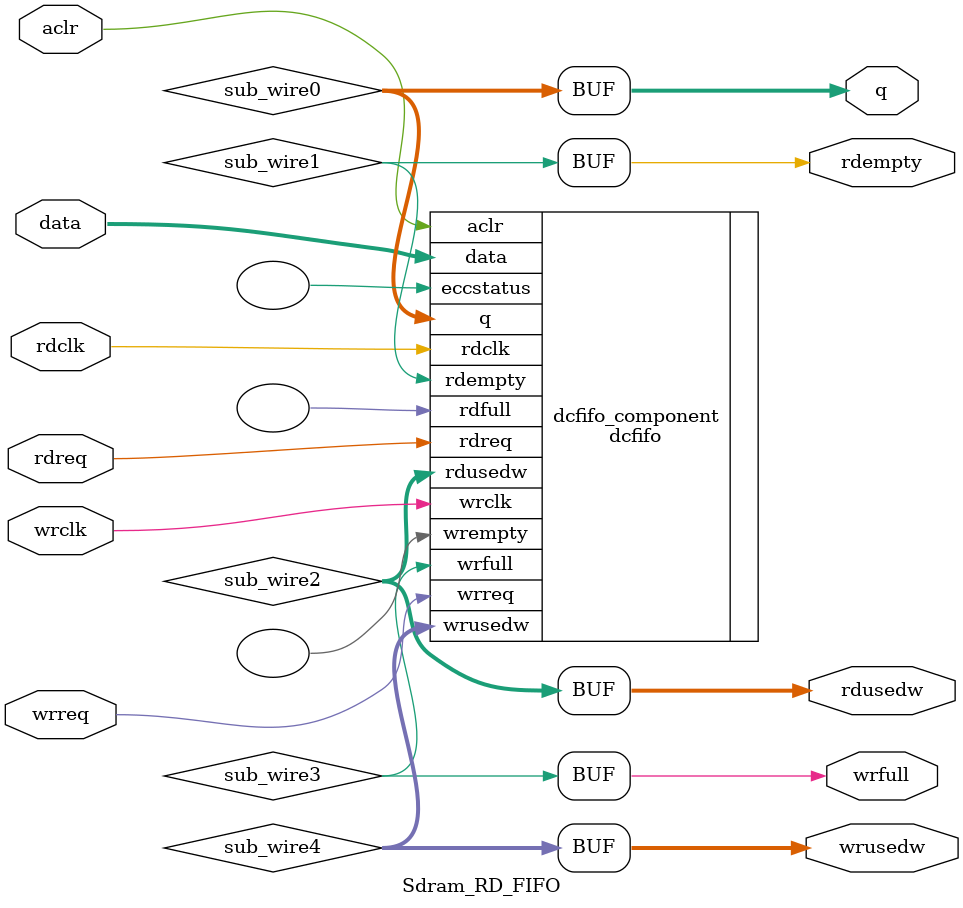
<source format=v>

`timescale 1 ps / 1 ps
// synopsys translate_on
module Sdram_RD_FIFO (
	aclr,
	data,
	rdclk,
	rdreq,
	wrclk,
	wrreq,
	q,
	rdempty,
	rdusedw,
	wrfull,
	wrusedw);

	input	  aclr;
	input	[15:0]  data;
	input	  rdclk;
	input	  rdreq;
	input	  wrclk;
	input	  wrreq;
	output	[15:0]  q;
	output	  rdempty;
	output	[8:0]  rdusedw;
	output	  wrfull;
	output	[8:0]  wrusedw;
`ifndef ALTERA_RESERVED_QIS
// synopsys translate_off
`endif
	tri0	  aclr;
`ifndef ALTERA_RESERVED_QIS
// synopsys translate_on
`endif

	wire [15:0] sub_wire0;
	wire  sub_wire1;
	wire [8:0] sub_wire2;
	wire  sub_wire3;
	wire [8:0] sub_wire4;
	wire [15:0] q = sub_wire0[15:0];
	wire  rdempty = sub_wire1;
	wire [8:0] rdusedw = sub_wire2[8:0];
	wire  wrfull = sub_wire3;
	wire [8:0] wrusedw = sub_wire4[8:0];

	dcfifo	dcfifo_component (
				.aclr (aclr),
				.data (data),
				.rdclk (rdclk),
				.rdreq (rdreq),
				.wrclk (wrclk),
				.wrreq (wrreq),
				.q (sub_wire0),
				.rdempty (sub_wire1),
				.rdusedw (sub_wire2),
				.wrfull (sub_wire3),
				.wrusedw (sub_wire4),
				.eccstatus (),
				.rdfull (),
				.wrempty ());
	defparam
		dcfifo_component.intended_device_family = "Cyclone V",
		dcfifo_component.lpm_hint = "RAM_BLOCK_TYPE=M10K",
		dcfifo_component.lpm_numwords = 512,
		dcfifo_component.lpm_showahead = "OFF",
		dcfifo_component.lpm_type = "dcfifo",
		dcfifo_component.lpm_width = 16,
		dcfifo_component.lpm_widthu = 9,
		dcfifo_component.overflow_checking = "ON",
		dcfifo_component.rdsync_delaypipe = 4,
		dcfifo_component.read_aclr_synch = "OFF",
		dcfifo_component.underflow_checking = "ON",
		dcfifo_component.use_eab = "ON",
		dcfifo_component.write_aclr_synch = "OFF",
		dcfifo_component.wrsync_delaypipe = 4;


endmodule

// ============================================================
// CNX file retrieval info
// ============================================================
// Retrieval info: PRIVATE: AlmostEmpty NUMERIC "0"
// Retrieval info: PRIVATE: AlmostEmptyThr NUMERIC "-1"
// Retrieval info: PRIVATE: AlmostFull NUMERIC "0"
// Retrieval info: PRIVATE: AlmostFullThr NUMERIC "-1"
// Retrieval info: PRIVATE: CLOCKS_ARE_SYNCHRONIZED NUMERIC "0"
// Retrieval info: PRIVATE: Clock NUMERIC "4"
// Retrieval info: PRIVATE: Depth NUMERIC "512"
// Retrieval info: PRIVATE: Empty NUMERIC "1"
// Retrieval info: PRIVATE: Full NUMERIC "1"
// Retrieval info: PRIVATE: INTENDED_DEVICE_FAMILY STRING "Cyclone V"
// Retrieval info: PRIVATE: LE_BasedFIFO NUMERIC "0"
// Retrieval info: PRIVATE: LegacyRREQ NUMERIC "1"
// Retrieval info: PRIVATE: MAX_DEPTH_BY_9 NUMERIC "0"
// Retrieval info: PRIVATE: OVERFLOW_CHECKING NUMERIC "0"
// Retrieval info: PRIVATE: Optimize NUMERIC "1"
// Retrieval info: PRIVATE: RAM_BLOCK_TYPE NUMERIC "2"
// Retrieval info: PRIVATE: SYNTH_WRAPPER_GEN_POSTFIX STRING "0"
// Retrieval info: PRIVATE: UNDERFLOW_CHECKING NUMERIC "0"
// Retrieval info: PRIVATE: UsedW NUMERIC "1"
// Retrieval info: PRIVATE: Width NUMERIC "16"
// Retrieval info: PRIVATE: dc_aclr NUMERIC "1"
// Retrieval info: PRIVATE: diff_widths NUMERIC "0"
// Retrieval info: PRIVATE: msb_usedw NUMERIC "0"
// Retrieval info: PRIVATE: output_width NUMERIC "16"
// Retrieval info: PRIVATE: rsEmpty NUMERIC "1"
// Retrieval info: PRIVATE: rsFull NUMERIC "0"
// Retrieval info: PRIVATE: rsUsedW NUMERIC "1"
// Retrieval info: PRIVATE: sc_aclr NUMERIC "0"
// Retrieval info: PRIVATE: sc_sclr NUMERIC "0"
// Retrieval info: PRIVATE: wsEmpty NUMERIC "0"
// Retrieval info: PRIVATE: wsFull NUMERIC "1"
// Retrieval info: PRIVATE: wsUsedW NUMERIC "1"
// Retrieval info: LIBRARY: altera_mf altera_mf.altera_mf_components.all
// Retrieval info: CONSTANT: INTENDED_DEVICE_FAMILY STRING "Cyclone V"
// Retrieval info: CONSTANT: LPM_HINT STRING "RAM_BLOCK_TYPE=M10K"
// Retrieval info: CONSTANT: LPM_NUMWORDS NUMERIC "512"
// Retrieval info: CONSTANT: LPM_SHOWAHEAD STRING "OFF"
// Retrieval info: CONSTANT: LPM_TYPE STRING "dcfifo"
// Retrieval info: CONSTANT: LPM_WIDTH NUMERIC "16"
// Retrieval info: CONSTANT: LPM_WIDTHU NUMERIC "9"
// Retrieval info: CONSTANT: OVERFLOW_CHECKING STRING "ON"
// Retrieval info: CONSTANT: RDSYNC_DELAYPIPE NUMERIC "4"
// Retrieval info: CONSTANT: READ_ACLR_SYNCH STRING "OFF"
// Retrieval info: CONSTANT: UNDERFLOW_CHECKING STRING "ON"
// Retrieval info: CONSTANT: USE_EAB STRING "ON"
// Retrieval info: CONSTANT: WRITE_ACLR_SYNCH STRING "OFF"
// Retrieval info: CONSTANT: WRSYNC_DELAYPIPE NUMERIC "4"
// Retrieval info: USED_PORT: aclr 0 0 0 0 INPUT GND "aclr"
// Retrieval info: USED_PORT: data 0 0 16 0 INPUT NODEFVAL "data[15..0]"
// Retrieval info: USED_PORT: q 0 0 16 0 OUTPUT NODEFVAL "q[15..0]"
// Retrieval info: USED_PORT: rdclk 0 0 0 0 INPUT NODEFVAL "rdclk"
// Retrieval info: USED_PORT: rdempty 0 0 0 0 OUTPUT NODEFVAL "rdempty"
// Retrieval info: USED_PORT: rdreq 0 0 0 0 INPUT NODEFVAL "rdreq"
// Retrieval info: USED_PORT: rdusedw 0 0 9 0 OUTPUT NODEFVAL "rdusedw[8..0]"
// Retrieval info: USED_PORT: wrclk 0 0 0 0 INPUT NODEFVAL "wrclk"
// Retrieval info: USED_PORT: wrfull 0 0 0 0 OUTPUT NODEFVAL "wrfull"
// Retrieval info: USED_PORT: wrreq 0 0 0 0 INPUT NODEFVAL "wrreq"
// Retrieval info: USED_PORT: wrusedw 0 0 9 0 OUTPUT NODEFVAL "wrusedw[8..0]"
// Retrieval info: CONNECT: @aclr 0 0 0 0 aclr 0 0 0 0
// Retrieval info: CONNECT: @data 0 0 16 0 data 0 0 16 0
// Retrieval info: CONNECT: @rdclk 0 0 0 0 rdclk 0 0 0 0
// Retrieval info: CONNECT: @rdreq 0 0 0 0 rdreq 0 0 0 0
// Retrieval info: CONNECT: @wrclk 0 0 0 0 wrclk 0 0 0 0
// Retrieval info: CONNECT: @wrreq 0 0 0 0 wrreq 0 0 0 0
// Retrieval info: CONNECT: q 0 0 16 0 @q 0 0 16 0
// Retrieval info: CONNECT: rdempty 0 0 0 0 @rdempty 0 0 0 0
// Retrieval info: CONNECT: rdusedw 0 0 9 0 @rdusedw 0 0 9 0
// Retrieval info: CONNECT: wrfull 0 0 0 0 @wrfull 0 0 0 0
// Retrieval info: CONNECT: wrusedw 0 0 9 0 @wrusedw 0 0 9 0
// Retrieval info: GEN_FILE: TYPE_NORMAL Sdram_RD_FIFO.v TRUE
// Retrieval info: GEN_FILE: TYPE_NORMAL Sdram_RD_FIFO.inc FALSE
// Retrieval info: GEN_FILE: TYPE_NORMAL Sdram_RD_FIFO.cmp FALSE
// Retrieval info: GEN_FILE: TYPE_NORMAL Sdram_RD_FIFO.bsf FALSE
// Retrieval info: GEN_FILE: TYPE_NORMAL Sdram_RD_FIFO_inst.v FALSE
// Retrieval info: GEN_FILE: TYPE_NORMAL Sdram_RD_FIFO_bb.v FALSE
// Retrieval info: GEN_FILE: TYPE_NORMAL Sdram_RD_FIFO_waveforms.html TRUE
// Retrieval info: GEN_FILE: TYPE_NORMAL Sdram_RD_FIFO_wave*.jpg FALSE

</source>
